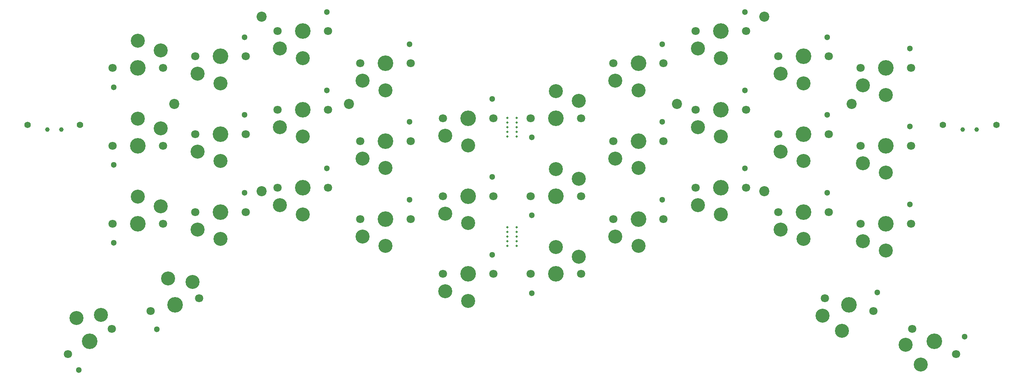
<source format=gts>
%TF.GenerationSoftware,KiCad,Pcbnew,(6.0.7-1)-1*%
%TF.CreationDate,2022-10-21T08:25:24+02:00*%
%TF.ProjectId,sweepbling-lp__pcb,73776565-7062-46c6-996e-672d6c705f5f,rev?*%
%TF.SameCoordinates,Original*%
%TF.FileFunction,Soldermask,Top*%
%TF.FilePolarity,Negative*%
%FSLAX46Y46*%
G04 Gerber Fmt 4.6, Leading zero omitted, Abs format (unit mm)*
G04 Created by KiCad (PCBNEW (6.0.7-1)-1) date 2022-10-21 08:25:24*
%MOMM*%
%LPD*%
G01*
G04 APERTURE LIST*
%ADD10C,3.050000*%
%ADD11C,1.800000*%
%ADD12C,1.300000*%
%ADD13C,3.400000*%
%ADD14C,0.500000*%
%ADD15C,2.200000*%
%ADD16C,1.397000*%
%ADD17C,1.000000*%
G04 APERTURE END LIST*
D10*
%TO.C,SW13*%
X175856000Y-70416000D03*
X170856000Y-68316000D03*
D11*
X170356000Y-64516000D03*
D12*
X181076000Y-60316000D03*
D13*
X175856000Y-64516000D03*
D11*
X181356000Y-64516000D03*
%TD*%
D12*
%TO.C,SW17*%
X229006653Y-97054693D03*
D11*
X217622860Y-95332000D03*
D10*
X219436000Y-103191550D03*
D11*
X227149140Y-100832000D03*
D13*
X222386000Y-98082000D03*
D10*
X216155873Y-98872897D03*
%TD*%
D12*
%TO.C,SW12*%
X163076000Y-67174000D03*
D10*
X157856000Y-77274000D03*
X152856000Y-75174000D03*
D11*
X163356000Y-71374000D03*
D13*
X157856000Y-71374000D03*
D11*
X152356000Y-71374000D03*
%TD*%
%TO.C,SW16*%
X198513408Y-88658495D03*
X209138592Y-91505505D03*
D10*
X198012858Y-92458423D03*
D13*
X203826000Y-90082000D03*
D10*
X202298968Y-95780962D03*
D12*
X209955173Y-87376147D03*
%TD*%
D10*
%TO.C,SW14*%
X188856000Y-73650000D03*
D11*
X199356000Y-69850000D03*
X188356000Y-69850000D03*
D12*
X199076000Y-65650000D03*
D13*
X193856000Y-69850000D03*
D10*
X193856000Y-75750000D03*
%TD*%
D11*
%TO.C,SW15*%
X206336000Y-72390000D03*
X217336000Y-72390000D03*
D10*
X206836000Y-76190000D03*
D13*
X211836000Y-72390000D03*
D12*
X217056000Y-68190000D03*
D10*
X211836000Y-78290000D03*
%TD*%
D11*
%TO.C,SW3*%
X181356000Y-30382000D03*
D10*
X170856000Y-34182000D03*
X175856000Y-36282000D03*
D11*
X170356000Y-30382000D03*
D13*
X175856000Y-30382000D03*
D12*
X181076000Y-26182000D03*
%TD*%
D10*
%TO.C,SW2*%
X152856000Y-41182000D03*
X157856000Y-43282000D03*
D12*
X163076000Y-33182000D03*
D11*
X152356000Y-37382000D03*
X163356000Y-37382000D03*
D13*
X157856000Y-37382000D03*
%TD*%
D12*
%TO.C,SW7*%
X163076000Y-50156000D03*
D10*
X152856000Y-58156000D03*
D11*
X163356000Y-54356000D03*
D10*
X157856000Y-60256000D03*
D13*
X157856000Y-54356000D03*
D11*
X152356000Y-54356000D03*
%TD*%
D12*
%TO.C,SW11*%
X134636000Y-87582000D03*
D10*
X144856000Y-79582000D03*
D13*
X139856000Y-83382000D03*
D11*
X134356000Y-83382000D03*
X145356000Y-83382000D03*
D10*
X139856000Y-77482000D03*
%TD*%
D11*
%TO.C,SW10*%
X206336000Y-55372000D03*
X217336000Y-55372000D03*
D10*
X206836000Y-59172000D03*
X211836000Y-61272000D03*
D13*
X211836000Y-55372000D03*
D12*
X217056000Y-51172000D03*
%TD*%
%TO.C,SW9*%
X199076000Y-48632000D03*
D13*
X193856000Y-52832000D03*
D10*
X193856000Y-58732000D03*
D11*
X188356000Y-52832000D03*
D10*
X188856000Y-56632000D03*
D11*
X199356000Y-52832000D03*
%TD*%
D12*
%TO.C,SW6*%
X134636000Y-70582000D03*
D10*
X139856000Y-60482000D03*
D11*
X134356000Y-66382000D03*
D10*
X144856000Y-62582000D03*
D13*
X139856000Y-66382000D03*
D11*
X145356000Y-66382000D03*
%TD*%
D12*
%TO.C,SW5*%
X217076000Y-34182000D03*
D11*
X206356000Y-38382000D03*
X217356000Y-38382000D03*
D13*
X211856000Y-38382000D03*
D10*
X211856000Y-44282000D03*
X206856000Y-42182000D03*
%TD*%
D13*
%TO.C,SW4*%
X193856000Y-35882000D03*
D10*
X188856000Y-39682000D03*
X193856000Y-41782000D03*
D12*
X199076000Y-31682000D03*
D11*
X199356000Y-35882000D03*
X188356000Y-35882000D03*
%TD*%
D13*
%TO.C,SW1*%
X139856000Y-49382000D03*
D12*
X134636000Y-53582000D03*
D11*
X134356000Y-49382000D03*
D10*
X144856000Y-45582000D03*
X139856000Y-43482000D03*
D11*
X145356000Y-49382000D03*
%TD*%
D14*
%TO.C,mouse-bite-2mm-slot2*%
X129286000Y-53340000D03*
X129286000Y-50292000D03*
X129286000Y-51308000D03*
X131318000Y-50292000D03*
X131318000Y-51308000D03*
X129286000Y-52324000D03*
X131318000Y-52324000D03*
X131318000Y-53340000D03*
X131318000Y-49276000D03*
X129286000Y-49276000D03*
%TD*%
%TO.C,mouse-bite-2mm-slot1*%
X131318000Y-77216000D03*
X131318000Y-74168000D03*
X129286000Y-74168000D03*
X129286000Y-77216000D03*
X129286000Y-75184000D03*
X131318000Y-75184000D03*
X131318000Y-76200000D03*
X129286000Y-73152000D03*
X129286000Y-76200000D03*
X131318000Y-73152000D03*
%TD*%
D10*
%TO.C,SW8*%
X175856000Y-53398000D03*
X170856000Y-51298000D03*
D12*
X181076000Y-43298000D03*
D11*
X181356000Y-47498000D03*
X170356000Y-47498000D03*
D13*
X175856000Y-47498000D03*
%TD*%
D15*
%TO.C,e*%
X166306000Y-46282000D03*
X204406000Y-46282000D03*
X185356000Y-27232000D03*
X185356000Y-65332000D03*
%TD*%
D16*
%TO.C,Bat+1*%
X235966000Y-50800000D03*
%TD*%
%TO.C,BatGND1*%
X224282000Y-50800000D03*
%TD*%
D10*
%TO.C,SW15_r1*%
X53686000Y-68590000D03*
D12*
X43466000Y-76590000D03*
D11*
X43186000Y-72390000D03*
D13*
X48686000Y-72390000D03*
D10*
X48686000Y-66490000D03*
D11*
X54186000Y-72390000D03*
%TD*%
D12*
%TO.C,SW9_r1*%
X71920000Y-48632000D03*
D11*
X72200000Y-52832000D03*
D13*
X66700000Y-52832000D03*
D10*
X66700000Y-58732000D03*
X61700000Y-56632000D03*
D11*
X61200000Y-52832000D03*
%TD*%
D10*
%TO.C,SW13_r1*%
X79688000Y-68316000D03*
D11*
X90188000Y-64516000D03*
D10*
X84688000Y-70416000D03*
D13*
X84688000Y-64516000D03*
D11*
X79188000Y-64516000D03*
D12*
X89908000Y-60316000D03*
%TD*%
D11*
%TO.C,SW12_r1*%
X108214000Y-71374000D03*
D10*
X97714000Y-75174000D03*
D11*
X97214000Y-71374000D03*
D12*
X107934000Y-67174000D03*
D13*
X102714000Y-71374000D03*
D10*
X102714000Y-77274000D03*
%TD*%
D11*
%TO.C,SW5_r1*%
X43186000Y-38382000D03*
D12*
X43466000Y-42582000D03*
D10*
X48686000Y-32482000D03*
X53686000Y-34582000D03*
D13*
X48686000Y-38382000D03*
D11*
X54186000Y-38382000D03*
%TD*%
D13*
%TO.C,SW4_r1*%
X66700000Y-35882000D03*
D12*
X71920000Y-31682000D03*
D11*
X61200000Y-35882000D03*
D10*
X66700000Y-41782000D03*
D11*
X72200000Y-35882000D03*
D10*
X61700000Y-39682000D03*
%TD*%
D13*
%TO.C,SW1_r1*%
X120732000Y-49382000D03*
D11*
X115232000Y-49382000D03*
D12*
X125952000Y-45182000D03*
D10*
X120732000Y-55282000D03*
D11*
X126232000Y-49382000D03*
D10*
X115732000Y-53182000D03*
%TD*%
%TO.C,SW14_r1*%
X61700000Y-73650000D03*
D11*
X72200000Y-69850000D03*
X61200000Y-69850000D03*
D13*
X66700000Y-69850000D03*
D10*
X66700000Y-75750000D03*
D12*
X71920000Y-65650000D03*
%TD*%
D10*
%TO.C,SW3_r1*%
X79688000Y-34182000D03*
D11*
X79188000Y-30382000D03*
D13*
X84688000Y-30382000D03*
D10*
X84688000Y-36282000D03*
D12*
X89908000Y-26182000D03*
D11*
X90188000Y-30382000D03*
%TD*%
D10*
%TO.C,SW11_r1*%
X120732000Y-89282000D03*
D12*
X125952000Y-79182000D03*
D13*
X120732000Y-83382000D03*
D11*
X126232000Y-83382000D03*
D10*
X115732000Y-87182000D03*
D11*
X115232000Y-83382000D03*
%TD*%
%TO.C,SW10_r1*%
X43186000Y-55372000D03*
D10*
X53686000Y-51572000D03*
D11*
X54186000Y-55372000D03*
D13*
X48686000Y-55372000D03*
D10*
X48686000Y-49472000D03*
D12*
X43466000Y-59572000D03*
%TD*%
D10*
%TO.C,SW2_r1*%
X102714000Y-43282000D03*
D13*
X102714000Y-37382000D03*
D10*
X97714000Y-41182000D03*
D11*
X97214000Y-37382000D03*
D12*
X107934000Y-33182000D03*
D11*
X108214000Y-37382000D03*
%TD*%
%TO.C,SW7_r1*%
X108214000Y-54356000D03*
D10*
X97714000Y-58156000D03*
D12*
X107934000Y-50156000D03*
D10*
X102714000Y-60256000D03*
D11*
X97214000Y-54356000D03*
D13*
X102714000Y-54356000D03*
%TD*%
D11*
%TO.C,SW16_r1*%
X62090592Y-88658495D03*
D10*
X55250968Y-84383038D03*
D12*
X52822907Y-95489924D03*
D13*
X56778000Y-90082000D03*
D11*
X51465408Y-91505505D03*
D10*
X60624117Y-85117387D03*
%TD*%
D12*
%TO.C,SW8_r1*%
X89908000Y-43298000D03*
D11*
X90188000Y-47498000D03*
D13*
X84688000Y-47498000D03*
D10*
X79688000Y-51298000D03*
X84688000Y-53398000D03*
D11*
X79188000Y-47498000D03*
%TD*%
D10*
%TO.C,SW17_r1*%
X40648127Y-92291103D03*
X35268000Y-92972450D03*
D12*
X35797347Y-104329307D03*
D11*
X42981140Y-95332000D03*
D13*
X38218000Y-98082000D03*
D11*
X33454860Y-100832000D03*
%TD*%
D13*
%TO.C,SW6_r1*%
X120732000Y-66382000D03*
D11*
X115232000Y-66382000D03*
D10*
X115732000Y-70182000D03*
D11*
X126232000Y-66382000D03*
D10*
X120732000Y-72282000D03*
D12*
X125952000Y-62182000D03*
%TD*%
D15*
%TO.C,REF_PUCK_R*%
X75692000Y-65332000D03*
X56642000Y-46282000D03*
X94742000Y-46282000D03*
X75692000Y-27232000D03*
%TD*%
D16*
%TO.C,BatGNDr1*%
X36068000Y-50800000D03*
%TD*%
%TO.C,Bat+r1*%
X24638000Y-50800000D03*
%TD*%
D17*
%TO.C,SW_POWER1*%
X231624000Y-51816000D03*
X228624000Y-51816000D03*
%TD*%
%TO.C,SW_POWERR1*%
X28980000Y-51816000D03*
X31980000Y-51816000D03*
%TD*%
M02*

</source>
